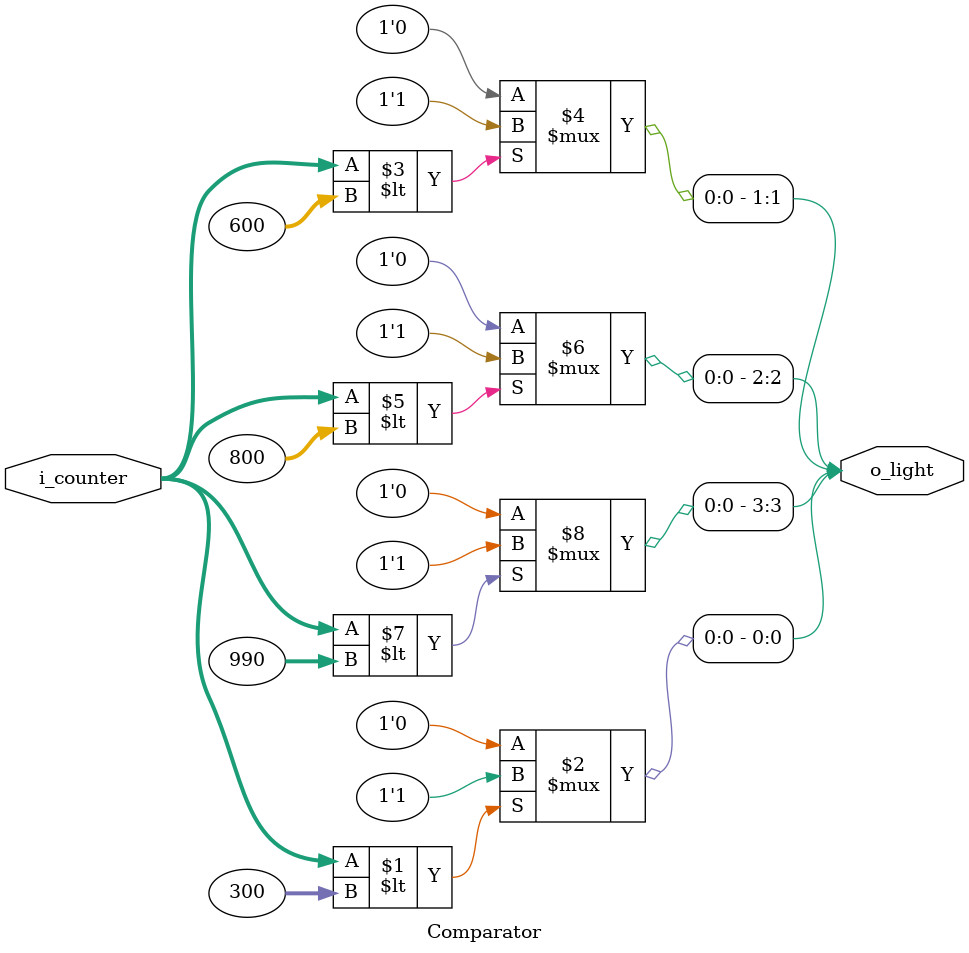
<source format=v>
`timescale 1ns / 1ps

module Comparator(
    input [9:0] i_counter,
    //output o_light_1, o_light_2, o_light_3, o_light_4
    output [4:0] o_light
    );

    assign o_light[0] = (i_counter < 300) ? 1'b1 : 1'b0;
    assign o_light[1] = (i_counter < 600) ? 1'b1 : 1'b0;
    assign o_light[2] = (i_counter < 800) ? 1'b1 : 1'b0;
    assign o_light[3] = (i_counter < 990) ? 1'b1 : 1'b0;
endmodule

</source>
